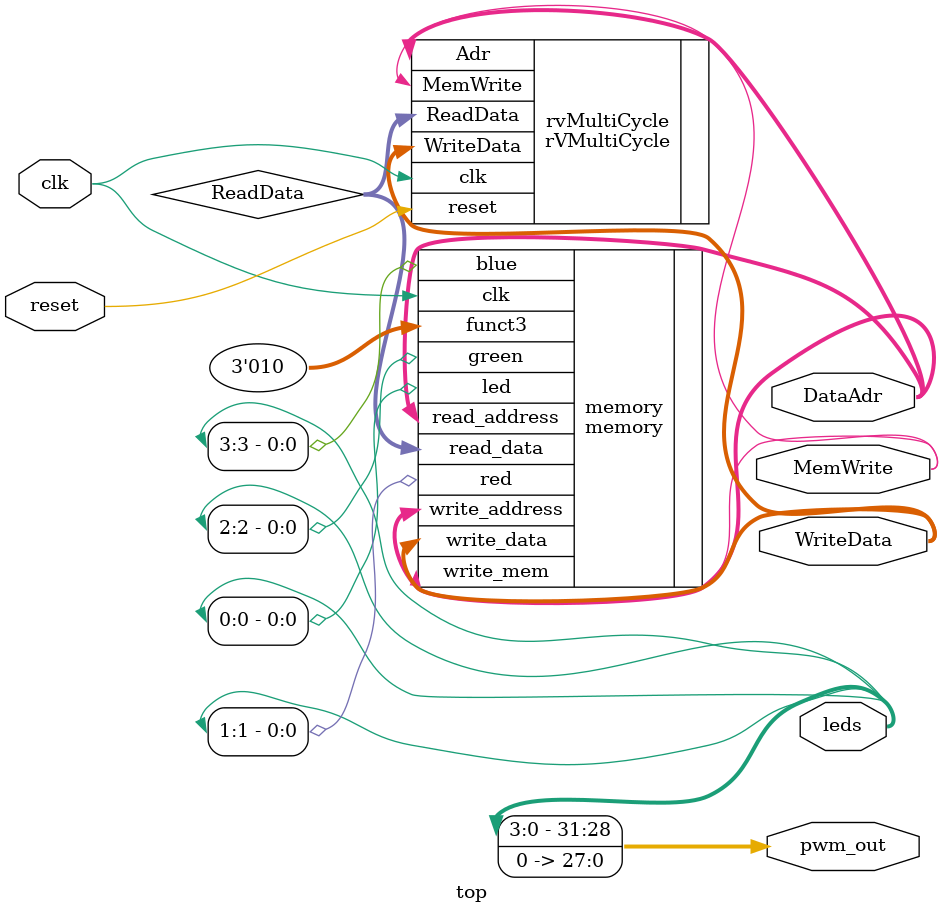
<source format=sv>
module top (
    input  logic        clk, reset,
    output logic [31:0] WriteData,
    output logic [31:0] DataAdr,
    output logic        MemWrite,
    output logic [3:0]  leds,
    output logic [31:0] pwm_out
);

    logic [31:0] ReadData;

    rVMultiCycle rvMultiCycle (
        .clk(clk),
        .reset(reset),
        .ReadData(ReadData),
        .Adr(DataAdr),
        .MemWrite(MemWrite),
        .WriteData(WriteData)
    );

    // memory module
    memory memory (
        .clk(clk),
        .write_mem(MemWrite),
        .funct3(3'b010),  
        .write_address(DataAdr),
        .write_data(WriteData),
        .read_address(DataAdr),
        .read_data(ReadData),
        .led(leds[0]),
        .red(leds[1]),
        .green(leds[2]),
        .blue(leds[3])
    );

  assign pwm_out = {leds, 28'd0}; // placeholder
endmodule


</source>
